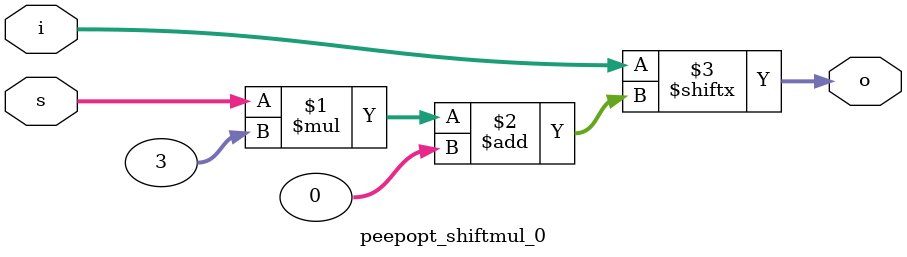
<source format=v>
module peepopt_shiftmul_0 #(parameter N=3, parameter W=3) (input [N*W-1:0] i, input [$clog2(N)-1:0] s, output [W-1:0] o);
assign o = i[s*W+:W];
endmodule

</source>
